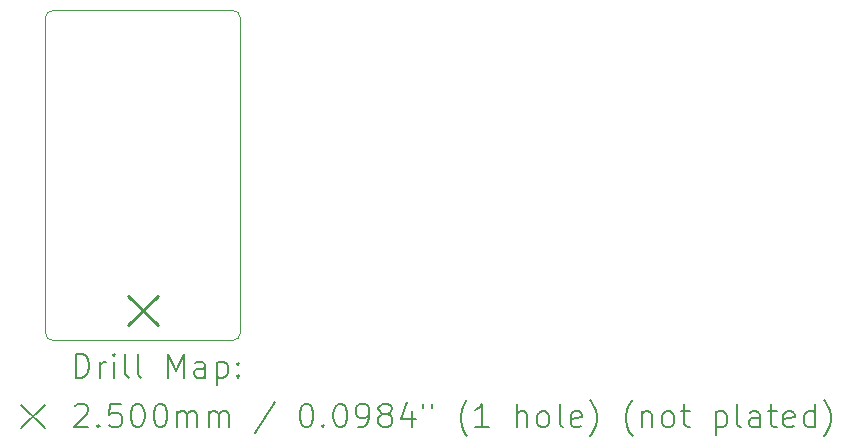
<source format=gbr>
%TF.GenerationSoftware,KiCad,Pcbnew,7.0.11-7.0.11~ubuntu20.04.1*%
%TF.CreationDate,2024-08-20T20:37:52+02:00*%
%TF.ProjectId,kicad-pmod-ext,6b696361-642d-4706-9d6f-642d6578742e,1.0*%
%TF.SameCoordinates,Original*%
%TF.FileFunction,Drillmap*%
%TF.FilePolarity,Positive*%
%FSLAX45Y45*%
G04 Gerber Fmt 4.5, Leading zero omitted, Abs format (unit mm)*
G04 Created by KiCad (PCBNEW 7.0.11-7.0.11~ubuntu20.04.1) date 2024-08-20 20:37:52*
%MOMM*%
%LPD*%
G01*
G04 APERTURE LIST*
%ADD10C,0.050000*%
%ADD11C,0.200000*%
%ADD12C,0.250000*%
G04 APERTURE END LIST*
D10*
X11239500Y-9715500D02*
X11239500Y-7048500D01*
X12827000Y-9779000D02*
G75*
G03*
X12890500Y-9715500I0J63500D01*
G01*
X11303000Y-6985000D02*
G75*
G03*
X11239500Y-7048500I0J-63500D01*
G01*
X12890500Y-7048500D02*
G75*
G03*
X12827000Y-6985000I-63500J0D01*
G01*
X12890500Y-7048500D02*
X12890500Y-9715500D01*
X11239500Y-9715500D02*
G75*
G03*
X11303000Y-9779000I63500J0D01*
G01*
X11303000Y-6985000D02*
X12827000Y-6985000D01*
X12827000Y-9779000D02*
X11303000Y-9779000D01*
D11*
D12*
X11940000Y-9400000D02*
X12190000Y-9650000D01*
X12190000Y-9400000D02*
X11940000Y-9650000D01*
D11*
X11497777Y-10092984D02*
X11497777Y-9892984D01*
X11497777Y-9892984D02*
X11545396Y-9892984D01*
X11545396Y-9892984D02*
X11573967Y-9902508D01*
X11573967Y-9902508D02*
X11593015Y-9921555D01*
X11593015Y-9921555D02*
X11602539Y-9940603D01*
X11602539Y-9940603D02*
X11612062Y-9978698D01*
X11612062Y-9978698D02*
X11612062Y-10007270D01*
X11612062Y-10007270D02*
X11602539Y-10045365D01*
X11602539Y-10045365D02*
X11593015Y-10064412D01*
X11593015Y-10064412D02*
X11573967Y-10083460D01*
X11573967Y-10083460D02*
X11545396Y-10092984D01*
X11545396Y-10092984D02*
X11497777Y-10092984D01*
X11697777Y-10092984D02*
X11697777Y-9959650D01*
X11697777Y-9997746D02*
X11707301Y-9978698D01*
X11707301Y-9978698D02*
X11716824Y-9969174D01*
X11716824Y-9969174D02*
X11735872Y-9959650D01*
X11735872Y-9959650D02*
X11754920Y-9959650D01*
X11821586Y-10092984D02*
X11821586Y-9959650D01*
X11821586Y-9892984D02*
X11812062Y-9902508D01*
X11812062Y-9902508D02*
X11821586Y-9912031D01*
X11821586Y-9912031D02*
X11831110Y-9902508D01*
X11831110Y-9902508D02*
X11821586Y-9892984D01*
X11821586Y-9892984D02*
X11821586Y-9912031D01*
X11945396Y-10092984D02*
X11926348Y-10083460D01*
X11926348Y-10083460D02*
X11916824Y-10064412D01*
X11916824Y-10064412D02*
X11916824Y-9892984D01*
X12050158Y-10092984D02*
X12031110Y-10083460D01*
X12031110Y-10083460D02*
X12021586Y-10064412D01*
X12021586Y-10064412D02*
X12021586Y-9892984D01*
X12278729Y-10092984D02*
X12278729Y-9892984D01*
X12278729Y-9892984D02*
X12345396Y-10035841D01*
X12345396Y-10035841D02*
X12412062Y-9892984D01*
X12412062Y-9892984D02*
X12412062Y-10092984D01*
X12593015Y-10092984D02*
X12593015Y-9988222D01*
X12593015Y-9988222D02*
X12583491Y-9969174D01*
X12583491Y-9969174D02*
X12564443Y-9959650D01*
X12564443Y-9959650D02*
X12526348Y-9959650D01*
X12526348Y-9959650D02*
X12507301Y-9969174D01*
X12593015Y-10083460D02*
X12573967Y-10092984D01*
X12573967Y-10092984D02*
X12526348Y-10092984D01*
X12526348Y-10092984D02*
X12507301Y-10083460D01*
X12507301Y-10083460D02*
X12497777Y-10064412D01*
X12497777Y-10064412D02*
X12497777Y-10045365D01*
X12497777Y-10045365D02*
X12507301Y-10026317D01*
X12507301Y-10026317D02*
X12526348Y-10016793D01*
X12526348Y-10016793D02*
X12573967Y-10016793D01*
X12573967Y-10016793D02*
X12593015Y-10007270D01*
X12688253Y-9959650D02*
X12688253Y-10159650D01*
X12688253Y-9969174D02*
X12707301Y-9959650D01*
X12707301Y-9959650D02*
X12745396Y-9959650D01*
X12745396Y-9959650D02*
X12764443Y-9969174D01*
X12764443Y-9969174D02*
X12773967Y-9978698D01*
X12773967Y-9978698D02*
X12783491Y-9997746D01*
X12783491Y-9997746D02*
X12783491Y-10054889D01*
X12783491Y-10054889D02*
X12773967Y-10073936D01*
X12773967Y-10073936D02*
X12764443Y-10083460D01*
X12764443Y-10083460D02*
X12745396Y-10092984D01*
X12745396Y-10092984D02*
X12707301Y-10092984D01*
X12707301Y-10092984D02*
X12688253Y-10083460D01*
X12869205Y-10073936D02*
X12878729Y-10083460D01*
X12878729Y-10083460D02*
X12869205Y-10092984D01*
X12869205Y-10092984D02*
X12859682Y-10083460D01*
X12859682Y-10083460D02*
X12869205Y-10073936D01*
X12869205Y-10073936D02*
X12869205Y-10092984D01*
X12869205Y-9969174D02*
X12878729Y-9978698D01*
X12878729Y-9978698D02*
X12869205Y-9988222D01*
X12869205Y-9988222D02*
X12859682Y-9978698D01*
X12859682Y-9978698D02*
X12869205Y-9969174D01*
X12869205Y-9969174D02*
X12869205Y-9988222D01*
X11037000Y-10321500D02*
X11237000Y-10521500D01*
X11237000Y-10321500D02*
X11037000Y-10521500D01*
X11488253Y-10332031D02*
X11497777Y-10322508D01*
X11497777Y-10322508D02*
X11516824Y-10312984D01*
X11516824Y-10312984D02*
X11564443Y-10312984D01*
X11564443Y-10312984D02*
X11583491Y-10322508D01*
X11583491Y-10322508D02*
X11593015Y-10332031D01*
X11593015Y-10332031D02*
X11602539Y-10351079D01*
X11602539Y-10351079D02*
X11602539Y-10370127D01*
X11602539Y-10370127D02*
X11593015Y-10398698D01*
X11593015Y-10398698D02*
X11478729Y-10512984D01*
X11478729Y-10512984D02*
X11602539Y-10512984D01*
X11688253Y-10493936D02*
X11697777Y-10503460D01*
X11697777Y-10503460D02*
X11688253Y-10512984D01*
X11688253Y-10512984D02*
X11678729Y-10503460D01*
X11678729Y-10503460D02*
X11688253Y-10493936D01*
X11688253Y-10493936D02*
X11688253Y-10512984D01*
X11878729Y-10312984D02*
X11783491Y-10312984D01*
X11783491Y-10312984D02*
X11773967Y-10408222D01*
X11773967Y-10408222D02*
X11783491Y-10398698D01*
X11783491Y-10398698D02*
X11802539Y-10389174D01*
X11802539Y-10389174D02*
X11850158Y-10389174D01*
X11850158Y-10389174D02*
X11869205Y-10398698D01*
X11869205Y-10398698D02*
X11878729Y-10408222D01*
X11878729Y-10408222D02*
X11888253Y-10427270D01*
X11888253Y-10427270D02*
X11888253Y-10474889D01*
X11888253Y-10474889D02*
X11878729Y-10493936D01*
X11878729Y-10493936D02*
X11869205Y-10503460D01*
X11869205Y-10503460D02*
X11850158Y-10512984D01*
X11850158Y-10512984D02*
X11802539Y-10512984D01*
X11802539Y-10512984D02*
X11783491Y-10503460D01*
X11783491Y-10503460D02*
X11773967Y-10493936D01*
X12012062Y-10312984D02*
X12031110Y-10312984D01*
X12031110Y-10312984D02*
X12050158Y-10322508D01*
X12050158Y-10322508D02*
X12059682Y-10332031D01*
X12059682Y-10332031D02*
X12069205Y-10351079D01*
X12069205Y-10351079D02*
X12078729Y-10389174D01*
X12078729Y-10389174D02*
X12078729Y-10436793D01*
X12078729Y-10436793D02*
X12069205Y-10474889D01*
X12069205Y-10474889D02*
X12059682Y-10493936D01*
X12059682Y-10493936D02*
X12050158Y-10503460D01*
X12050158Y-10503460D02*
X12031110Y-10512984D01*
X12031110Y-10512984D02*
X12012062Y-10512984D01*
X12012062Y-10512984D02*
X11993015Y-10503460D01*
X11993015Y-10503460D02*
X11983491Y-10493936D01*
X11983491Y-10493936D02*
X11973967Y-10474889D01*
X11973967Y-10474889D02*
X11964443Y-10436793D01*
X11964443Y-10436793D02*
X11964443Y-10389174D01*
X11964443Y-10389174D02*
X11973967Y-10351079D01*
X11973967Y-10351079D02*
X11983491Y-10332031D01*
X11983491Y-10332031D02*
X11993015Y-10322508D01*
X11993015Y-10322508D02*
X12012062Y-10312984D01*
X12202539Y-10312984D02*
X12221586Y-10312984D01*
X12221586Y-10312984D02*
X12240634Y-10322508D01*
X12240634Y-10322508D02*
X12250158Y-10332031D01*
X12250158Y-10332031D02*
X12259682Y-10351079D01*
X12259682Y-10351079D02*
X12269205Y-10389174D01*
X12269205Y-10389174D02*
X12269205Y-10436793D01*
X12269205Y-10436793D02*
X12259682Y-10474889D01*
X12259682Y-10474889D02*
X12250158Y-10493936D01*
X12250158Y-10493936D02*
X12240634Y-10503460D01*
X12240634Y-10503460D02*
X12221586Y-10512984D01*
X12221586Y-10512984D02*
X12202539Y-10512984D01*
X12202539Y-10512984D02*
X12183491Y-10503460D01*
X12183491Y-10503460D02*
X12173967Y-10493936D01*
X12173967Y-10493936D02*
X12164443Y-10474889D01*
X12164443Y-10474889D02*
X12154920Y-10436793D01*
X12154920Y-10436793D02*
X12154920Y-10389174D01*
X12154920Y-10389174D02*
X12164443Y-10351079D01*
X12164443Y-10351079D02*
X12173967Y-10332031D01*
X12173967Y-10332031D02*
X12183491Y-10322508D01*
X12183491Y-10322508D02*
X12202539Y-10312984D01*
X12354920Y-10512984D02*
X12354920Y-10379650D01*
X12354920Y-10398698D02*
X12364443Y-10389174D01*
X12364443Y-10389174D02*
X12383491Y-10379650D01*
X12383491Y-10379650D02*
X12412063Y-10379650D01*
X12412063Y-10379650D02*
X12431110Y-10389174D01*
X12431110Y-10389174D02*
X12440634Y-10408222D01*
X12440634Y-10408222D02*
X12440634Y-10512984D01*
X12440634Y-10408222D02*
X12450158Y-10389174D01*
X12450158Y-10389174D02*
X12469205Y-10379650D01*
X12469205Y-10379650D02*
X12497777Y-10379650D01*
X12497777Y-10379650D02*
X12516824Y-10389174D01*
X12516824Y-10389174D02*
X12526348Y-10408222D01*
X12526348Y-10408222D02*
X12526348Y-10512984D01*
X12621586Y-10512984D02*
X12621586Y-10379650D01*
X12621586Y-10398698D02*
X12631110Y-10389174D01*
X12631110Y-10389174D02*
X12650158Y-10379650D01*
X12650158Y-10379650D02*
X12678729Y-10379650D01*
X12678729Y-10379650D02*
X12697777Y-10389174D01*
X12697777Y-10389174D02*
X12707301Y-10408222D01*
X12707301Y-10408222D02*
X12707301Y-10512984D01*
X12707301Y-10408222D02*
X12716824Y-10389174D01*
X12716824Y-10389174D02*
X12735872Y-10379650D01*
X12735872Y-10379650D02*
X12764443Y-10379650D01*
X12764443Y-10379650D02*
X12783491Y-10389174D01*
X12783491Y-10389174D02*
X12793015Y-10408222D01*
X12793015Y-10408222D02*
X12793015Y-10512984D01*
X13183491Y-10303460D02*
X13012063Y-10560603D01*
X13440634Y-10312984D02*
X13459682Y-10312984D01*
X13459682Y-10312984D02*
X13478729Y-10322508D01*
X13478729Y-10322508D02*
X13488253Y-10332031D01*
X13488253Y-10332031D02*
X13497777Y-10351079D01*
X13497777Y-10351079D02*
X13507301Y-10389174D01*
X13507301Y-10389174D02*
X13507301Y-10436793D01*
X13507301Y-10436793D02*
X13497777Y-10474889D01*
X13497777Y-10474889D02*
X13488253Y-10493936D01*
X13488253Y-10493936D02*
X13478729Y-10503460D01*
X13478729Y-10503460D02*
X13459682Y-10512984D01*
X13459682Y-10512984D02*
X13440634Y-10512984D01*
X13440634Y-10512984D02*
X13421586Y-10503460D01*
X13421586Y-10503460D02*
X13412063Y-10493936D01*
X13412063Y-10493936D02*
X13402539Y-10474889D01*
X13402539Y-10474889D02*
X13393015Y-10436793D01*
X13393015Y-10436793D02*
X13393015Y-10389174D01*
X13393015Y-10389174D02*
X13402539Y-10351079D01*
X13402539Y-10351079D02*
X13412063Y-10332031D01*
X13412063Y-10332031D02*
X13421586Y-10322508D01*
X13421586Y-10322508D02*
X13440634Y-10312984D01*
X13593015Y-10493936D02*
X13602539Y-10503460D01*
X13602539Y-10503460D02*
X13593015Y-10512984D01*
X13593015Y-10512984D02*
X13583491Y-10503460D01*
X13583491Y-10503460D02*
X13593015Y-10493936D01*
X13593015Y-10493936D02*
X13593015Y-10512984D01*
X13726348Y-10312984D02*
X13745396Y-10312984D01*
X13745396Y-10312984D02*
X13764444Y-10322508D01*
X13764444Y-10322508D02*
X13773967Y-10332031D01*
X13773967Y-10332031D02*
X13783491Y-10351079D01*
X13783491Y-10351079D02*
X13793015Y-10389174D01*
X13793015Y-10389174D02*
X13793015Y-10436793D01*
X13793015Y-10436793D02*
X13783491Y-10474889D01*
X13783491Y-10474889D02*
X13773967Y-10493936D01*
X13773967Y-10493936D02*
X13764444Y-10503460D01*
X13764444Y-10503460D02*
X13745396Y-10512984D01*
X13745396Y-10512984D02*
X13726348Y-10512984D01*
X13726348Y-10512984D02*
X13707301Y-10503460D01*
X13707301Y-10503460D02*
X13697777Y-10493936D01*
X13697777Y-10493936D02*
X13688253Y-10474889D01*
X13688253Y-10474889D02*
X13678729Y-10436793D01*
X13678729Y-10436793D02*
X13678729Y-10389174D01*
X13678729Y-10389174D02*
X13688253Y-10351079D01*
X13688253Y-10351079D02*
X13697777Y-10332031D01*
X13697777Y-10332031D02*
X13707301Y-10322508D01*
X13707301Y-10322508D02*
X13726348Y-10312984D01*
X13888253Y-10512984D02*
X13926348Y-10512984D01*
X13926348Y-10512984D02*
X13945396Y-10503460D01*
X13945396Y-10503460D02*
X13954920Y-10493936D01*
X13954920Y-10493936D02*
X13973967Y-10465365D01*
X13973967Y-10465365D02*
X13983491Y-10427270D01*
X13983491Y-10427270D02*
X13983491Y-10351079D01*
X13983491Y-10351079D02*
X13973967Y-10332031D01*
X13973967Y-10332031D02*
X13964444Y-10322508D01*
X13964444Y-10322508D02*
X13945396Y-10312984D01*
X13945396Y-10312984D02*
X13907301Y-10312984D01*
X13907301Y-10312984D02*
X13888253Y-10322508D01*
X13888253Y-10322508D02*
X13878729Y-10332031D01*
X13878729Y-10332031D02*
X13869206Y-10351079D01*
X13869206Y-10351079D02*
X13869206Y-10398698D01*
X13869206Y-10398698D02*
X13878729Y-10417746D01*
X13878729Y-10417746D02*
X13888253Y-10427270D01*
X13888253Y-10427270D02*
X13907301Y-10436793D01*
X13907301Y-10436793D02*
X13945396Y-10436793D01*
X13945396Y-10436793D02*
X13964444Y-10427270D01*
X13964444Y-10427270D02*
X13973967Y-10417746D01*
X13973967Y-10417746D02*
X13983491Y-10398698D01*
X14097777Y-10398698D02*
X14078729Y-10389174D01*
X14078729Y-10389174D02*
X14069206Y-10379650D01*
X14069206Y-10379650D02*
X14059682Y-10360603D01*
X14059682Y-10360603D02*
X14059682Y-10351079D01*
X14059682Y-10351079D02*
X14069206Y-10332031D01*
X14069206Y-10332031D02*
X14078729Y-10322508D01*
X14078729Y-10322508D02*
X14097777Y-10312984D01*
X14097777Y-10312984D02*
X14135872Y-10312984D01*
X14135872Y-10312984D02*
X14154920Y-10322508D01*
X14154920Y-10322508D02*
X14164444Y-10332031D01*
X14164444Y-10332031D02*
X14173967Y-10351079D01*
X14173967Y-10351079D02*
X14173967Y-10360603D01*
X14173967Y-10360603D02*
X14164444Y-10379650D01*
X14164444Y-10379650D02*
X14154920Y-10389174D01*
X14154920Y-10389174D02*
X14135872Y-10398698D01*
X14135872Y-10398698D02*
X14097777Y-10398698D01*
X14097777Y-10398698D02*
X14078729Y-10408222D01*
X14078729Y-10408222D02*
X14069206Y-10417746D01*
X14069206Y-10417746D02*
X14059682Y-10436793D01*
X14059682Y-10436793D02*
X14059682Y-10474889D01*
X14059682Y-10474889D02*
X14069206Y-10493936D01*
X14069206Y-10493936D02*
X14078729Y-10503460D01*
X14078729Y-10503460D02*
X14097777Y-10512984D01*
X14097777Y-10512984D02*
X14135872Y-10512984D01*
X14135872Y-10512984D02*
X14154920Y-10503460D01*
X14154920Y-10503460D02*
X14164444Y-10493936D01*
X14164444Y-10493936D02*
X14173967Y-10474889D01*
X14173967Y-10474889D02*
X14173967Y-10436793D01*
X14173967Y-10436793D02*
X14164444Y-10417746D01*
X14164444Y-10417746D02*
X14154920Y-10408222D01*
X14154920Y-10408222D02*
X14135872Y-10398698D01*
X14345396Y-10379650D02*
X14345396Y-10512984D01*
X14297777Y-10303460D02*
X14250158Y-10446317D01*
X14250158Y-10446317D02*
X14373967Y-10446317D01*
X14440634Y-10312984D02*
X14440634Y-10351079D01*
X14516825Y-10312984D02*
X14516825Y-10351079D01*
X14812063Y-10589174D02*
X14802539Y-10579650D01*
X14802539Y-10579650D02*
X14783491Y-10551079D01*
X14783491Y-10551079D02*
X14773968Y-10532031D01*
X14773968Y-10532031D02*
X14764444Y-10503460D01*
X14764444Y-10503460D02*
X14754920Y-10455841D01*
X14754920Y-10455841D02*
X14754920Y-10417746D01*
X14754920Y-10417746D02*
X14764444Y-10370127D01*
X14764444Y-10370127D02*
X14773968Y-10341555D01*
X14773968Y-10341555D02*
X14783491Y-10322508D01*
X14783491Y-10322508D02*
X14802539Y-10293936D01*
X14802539Y-10293936D02*
X14812063Y-10284412D01*
X14993015Y-10512984D02*
X14878729Y-10512984D01*
X14935872Y-10512984D02*
X14935872Y-10312984D01*
X14935872Y-10312984D02*
X14916825Y-10341555D01*
X14916825Y-10341555D02*
X14897777Y-10360603D01*
X14897777Y-10360603D02*
X14878729Y-10370127D01*
X15231110Y-10512984D02*
X15231110Y-10312984D01*
X15316825Y-10512984D02*
X15316825Y-10408222D01*
X15316825Y-10408222D02*
X15307301Y-10389174D01*
X15307301Y-10389174D02*
X15288253Y-10379650D01*
X15288253Y-10379650D02*
X15259682Y-10379650D01*
X15259682Y-10379650D02*
X15240634Y-10389174D01*
X15240634Y-10389174D02*
X15231110Y-10398698D01*
X15440634Y-10512984D02*
X15421587Y-10503460D01*
X15421587Y-10503460D02*
X15412063Y-10493936D01*
X15412063Y-10493936D02*
X15402539Y-10474889D01*
X15402539Y-10474889D02*
X15402539Y-10417746D01*
X15402539Y-10417746D02*
X15412063Y-10398698D01*
X15412063Y-10398698D02*
X15421587Y-10389174D01*
X15421587Y-10389174D02*
X15440634Y-10379650D01*
X15440634Y-10379650D02*
X15469206Y-10379650D01*
X15469206Y-10379650D02*
X15488253Y-10389174D01*
X15488253Y-10389174D02*
X15497777Y-10398698D01*
X15497777Y-10398698D02*
X15507301Y-10417746D01*
X15507301Y-10417746D02*
X15507301Y-10474889D01*
X15507301Y-10474889D02*
X15497777Y-10493936D01*
X15497777Y-10493936D02*
X15488253Y-10503460D01*
X15488253Y-10503460D02*
X15469206Y-10512984D01*
X15469206Y-10512984D02*
X15440634Y-10512984D01*
X15621587Y-10512984D02*
X15602539Y-10503460D01*
X15602539Y-10503460D02*
X15593015Y-10484412D01*
X15593015Y-10484412D02*
X15593015Y-10312984D01*
X15773968Y-10503460D02*
X15754920Y-10512984D01*
X15754920Y-10512984D02*
X15716825Y-10512984D01*
X15716825Y-10512984D02*
X15697777Y-10503460D01*
X15697777Y-10503460D02*
X15688253Y-10484412D01*
X15688253Y-10484412D02*
X15688253Y-10408222D01*
X15688253Y-10408222D02*
X15697777Y-10389174D01*
X15697777Y-10389174D02*
X15716825Y-10379650D01*
X15716825Y-10379650D02*
X15754920Y-10379650D01*
X15754920Y-10379650D02*
X15773968Y-10389174D01*
X15773968Y-10389174D02*
X15783491Y-10408222D01*
X15783491Y-10408222D02*
X15783491Y-10427270D01*
X15783491Y-10427270D02*
X15688253Y-10446317D01*
X15850158Y-10589174D02*
X15859682Y-10579650D01*
X15859682Y-10579650D02*
X15878730Y-10551079D01*
X15878730Y-10551079D02*
X15888253Y-10532031D01*
X15888253Y-10532031D02*
X15897777Y-10503460D01*
X15897777Y-10503460D02*
X15907301Y-10455841D01*
X15907301Y-10455841D02*
X15907301Y-10417746D01*
X15907301Y-10417746D02*
X15897777Y-10370127D01*
X15897777Y-10370127D02*
X15888253Y-10341555D01*
X15888253Y-10341555D02*
X15878730Y-10322508D01*
X15878730Y-10322508D02*
X15859682Y-10293936D01*
X15859682Y-10293936D02*
X15850158Y-10284412D01*
X16212063Y-10589174D02*
X16202539Y-10579650D01*
X16202539Y-10579650D02*
X16183491Y-10551079D01*
X16183491Y-10551079D02*
X16173968Y-10532031D01*
X16173968Y-10532031D02*
X16164444Y-10503460D01*
X16164444Y-10503460D02*
X16154920Y-10455841D01*
X16154920Y-10455841D02*
X16154920Y-10417746D01*
X16154920Y-10417746D02*
X16164444Y-10370127D01*
X16164444Y-10370127D02*
X16173968Y-10341555D01*
X16173968Y-10341555D02*
X16183491Y-10322508D01*
X16183491Y-10322508D02*
X16202539Y-10293936D01*
X16202539Y-10293936D02*
X16212063Y-10284412D01*
X16288253Y-10379650D02*
X16288253Y-10512984D01*
X16288253Y-10398698D02*
X16297777Y-10389174D01*
X16297777Y-10389174D02*
X16316825Y-10379650D01*
X16316825Y-10379650D02*
X16345396Y-10379650D01*
X16345396Y-10379650D02*
X16364444Y-10389174D01*
X16364444Y-10389174D02*
X16373968Y-10408222D01*
X16373968Y-10408222D02*
X16373968Y-10512984D01*
X16497777Y-10512984D02*
X16478730Y-10503460D01*
X16478730Y-10503460D02*
X16469206Y-10493936D01*
X16469206Y-10493936D02*
X16459682Y-10474889D01*
X16459682Y-10474889D02*
X16459682Y-10417746D01*
X16459682Y-10417746D02*
X16469206Y-10398698D01*
X16469206Y-10398698D02*
X16478730Y-10389174D01*
X16478730Y-10389174D02*
X16497777Y-10379650D01*
X16497777Y-10379650D02*
X16526349Y-10379650D01*
X16526349Y-10379650D02*
X16545396Y-10389174D01*
X16545396Y-10389174D02*
X16554920Y-10398698D01*
X16554920Y-10398698D02*
X16564444Y-10417746D01*
X16564444Y-10417746D02*
X16564444Y-10474889D01*
X16564444Y-10474889D02*
X16554920Y-10493936D01*
X16554920Y-10493936D02*
X16545396Y-10503460D01*
X16545396Y-10503460D02*
X16526349Y-10512984D01*
X16526349Y-10512984D02*
X16497777Y-10512984D01*
X16621587Y-10379650D02*
X16697777Y-10379650D01*
X16650158Y-10312984D02*
X16650158Y-10484412D01*
X16650158Y-10484412D02*
X16659682Y-10503460D01*
X16659682Y-10503460D02*
X16678730Y-10512984D01*
X16678730Y-10512984D02*
X16697777Y-10512984D01*
X16916825Y-10379650D02*
X16916825Y-10579650D01*
X16916825Y-10389174D02*
X16935873Y-10379650D01*
X16935873Y-10379650D02*
X16973968Y-10379650D01*
X16973968Y-10379650D02*
X16993015Y-10389174D01*
X16993015Y-10389174D02*
X17002539Y-10398698D01*
X17002539Y-10398698D02*
X17012063Y-10417746D01*
X17012063Y-10417746D02*
X17012063Y-10474889D01*
X17012063Y-10474889D02*
X17002539Y-10493936D01*
X17002539Y-10493936D02*
X16993015Y-10503460D01*
X16993015Y-10503460D02*
X16973968Y-10512984D01*
X16973968Y-10512984D02*
X16935873Y-10512984D01*
X16935873Y-10512984D02*
X16916825Y-10503460D01*
X17126349Y-10512984D02*
X17107301Y-10503460D01*
X17107301Y-10503460D02*
X17097777Y-10484412D01*
X17097777Y-10484412D02*
X17097777Y-10312984D01*
X17288254Y-10512984D02*
X17288254Y-10408222D01*
X17288254Y-10408222D02*
X17278730Y-10389174D01*
X17278730Y-10389174D02*
X17259682Y-10379650D01*
X17259682Y-10379650D02*
X17221587Y-10379650D01*
X17221587Y-10379650D02*
X17202539Y-10389174D01*
X17288254Y-10503460D02*
X17269206Y-10512984D01*
X17269206Y-10512984D02*
X17221587Y-10512984D01*
X17221587Y-10512984D02*
X17202539Y-10503460D01*
X17202539Y-10503460D02*
X17193015Y-10484412D01*
X17193015Y-10484412D02*
X17193015Y-10465365D01*
X17193015Y-10465365D02*
X17202539Y-10446317D01*
X17202539Y-10446317D02*
X17221587Y-10436793D01*
X17221587Y-10436793D02*
X17269206Y-10436793D01*
X17269206Y-10436793D02*
X17288254Y-10427270D01*
X17354920Y-10379650D02*
X17431111Y-10379650D01*
X17383492Y-10312984D02*
X17383492Y-10484412D01*
X17383492Y-10484412D02*
X17393015Y-10503460D01*
X17393015Y-10503460D02*
X17412063Y-10512984D01*
X17412063Y-10512984D02*
X17431111Y-10512984D01*
X17573968Y-10503460D02*
X17554920Y-10512984D01*
X17554920Y-10512984D02*
X17516825Y-10512984D01*
X17516825Y-10512984D02*
X17497777Y-10503460D01*
X17497777Y-10503460D02*
X17488254Y-10484412D01*
X17488254Y-10484412D02*
X17488254Y-10408222D01*
X17488254Y-10408222D02*
X17497777Y-10389174D01*
X17497777Y-10389174D02*
X17516825Y-10379650D01*
X17516825Y-10379650D02*
X17554920Y-10379650D01*
X17554920Y-10379650D02*
X17573968Y-10389174D01*
X17573968Y-10389174D02*
X17583492Y-10408222D01*
X17583492Y-10408222D02*
X17583492Y-10427270D01*
X17583492Y-10427270D02*
X17488254Y-10446317D01*
X17754920Y-10512984D02*
X17754920Y-10312984D01*
X17754920Y-10503460D02*
X17735873Y-10512984D01*
X17735873Y-10512984D02*
X17697777Y-10512984D01*
X17697777Y-10512984D02*
X17678730Y-10503460D01*
X17678730Y-10503460D02*
X17669206Y-10493936D01*
X17669206Y-10493936D02*
X17659682Y-10474889D01*
X17659682Y-10474889D02*
X17659682Y-10417746D01*
X17659682Y-10417746D02*
X17669206Y-10398698D01*
X17669206Y-10398698D02*
X17678730Y-10389174D01*
X17678730Y-10389174D02*
X17697777Y-10379650D01*
X17697777Y-10379650D02*
X17735873Y-10379650D01*
X17735873Y-10379650D02*
X17754920Y-10389174D01*
X17831111Y-10589174D02*
X17840635Y-10579650D01*
X17840635Y-10579650D02*
X17859682Y-10551079D01*
X17859682Y-10551079D02*
X17869206Y-10532031D01*
X17869206Y-10532031D02*
X17878730Y-10503460D01*
X17878730Y-10503460D02*
X17888254Y-10455841D01*
X17888254Y-10455841D02*
X17888254Y-10417746D01*
X17888254Y-10417746D02*
X17878730Y-10370127D01*
X17878730Y-10370127D02*
X17869206Y-10341555D01*
X17869206Y-10341555D02*
X17859682Y-10322508D01*
X17859682Y-10322508D02*
X17840635Y-10293936D01*
X17840635Y-10293936D02*
X17831111Y-10284412D01*
M02*

</source>
